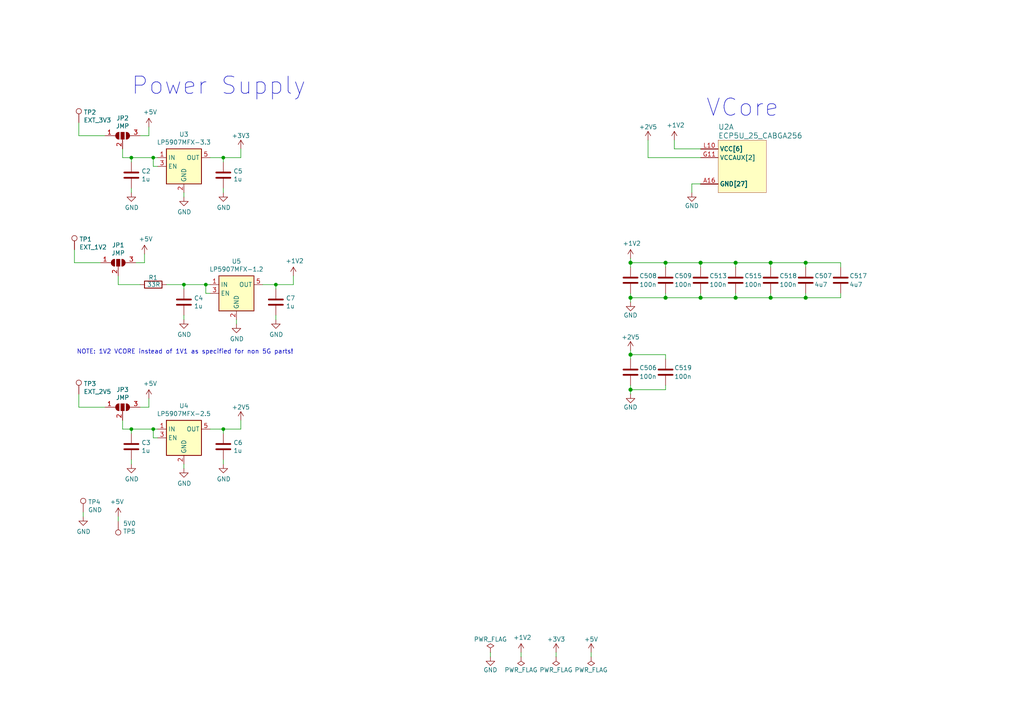
<source format=kicad_sch>
(kicad_sch (version 20210126) (generator eeschema)
  (paper "A4")
  (title_block (title "ECP5 Mini") (date "2020-12-31") (rev "0.2") (company "Josh Johnson"))
  (lib_symbols
    (symbol "Connector:TestPoint" (pin_numbers hide) (pin_names (offset 0.762) hide)
      (property "Reference" "TP" (at 0 6.858 0))
      (property "Value" "TestPoint" (at 0 5.08 0))
      (symbol "TestPoint_1_1"
        (pin passive line (at 0 0 90) (length 2.54) (name "1") (number "1"))
      )
    )
    (symbol "Device:C" (pin_numbers hide) (pin_names (offset 0.254))
      (property "Reference" "C" (at 0.635 2.54 0))
      (property "Value" "C" (at 0.635 -2.54 0))
      (symbol "C_1_1"
        (pin passive line (at 0 3.81 270) (length 2.794) (name "~") (number "1"))
        (pin passive line (at 0 -3.81 90) (length 2.794) (name "~") (number "2"))
      )
    )
    (symbol "Device:R" (pin_numbers hide) (pin_names (offset 0))
      (property "Reference" "R" (at 2.032 0 90))
      (property "Value" "R" (at 0 0 90))
      (symbol "R_1_1"
        (pin passive line (at 0 3.81 270) (length 1.27) (name "~") (number "1"))
        (pin passive line (at 0 -3.81 90) (length 1.27) (name "~") (number "2"))
      )
    )
    (symbol "Jumper:SolderJumper_3_Open" (pin_names (offset 0) hide)
      (property "Reference" "JP" (at -2.54 -2.54 0))
      (property "Value" "SolderJumper_3_Open" (at 0 2.794 0))
      (symbol "SolderJumper_3_Open_1_1"
        (pin passive line (at -5.08 0 0) (length 2.54) (name "A") (number "1"))
        (pin input line (at 0 -3.81 90) (length 2.54) (name "C") (number "2"))
        (pin passive line (at 5.08 0 180) (length 2.54) (name "B") (number "3"))
      )
    )
    (symbol "Regulator_Linear:LP5907MFX-1.2"
      (property "Reference" "U" (at -3.81 6.35 0))
      (property "Value" "LP5907MFX-1.2" (at 6.35 6.35 0))
      (symbol "LP5907MFX-1.2_0_1"
        (pin power_in line (at -7.62 2.54 0) (length 2.54) (name "IN") (number "1"))
        (pin power_in line (at 0 -7.62 90) (length 2.54) (name "GND") (number "2"))
        (pin input line (at -7.62 0 0) (length 2.54) (name "EN") (number "3"))
        (pin no_connect line (at 5.08 0 180) (length 2.54) hide (name "NC") (number "4"))
        (pin power_out line (at 7.62 2.54 180) (length 2.54) (name "OUT") (number "5"))
      )
    )
    (symbol "Regulator_Linear:LP5907MFX-2.5"
      (property "Reference" "U" (at -3.81 6.35 0))
      (property "Value" "LP5907MFX-2.5" (at 6.35 6.35 0))
      (symbol "LP5907MFX-2.5_0_1"
        (pin power_in line (at -7.62 2.54 0) (length 2.54) (name "IN") (number "1"))
        (pin power_in line (at 0 -7.62 90) (length 2.54) (name "GND") (number "2"))
        (pin input line (at -7.62 0 0) (length 2.54) (name "EN") (number "3"))
        (pin no_connect line (at 5.08 0 180) (length 2.54) hide (name "NC") (number "4"))
        (pin power_out line (at 7.62 2.54 180) (length 2.54) (name "OUT") (number "5"))
      )
    )
    (symbol "Regulator_Linear:LP5907MFX-3.3"
      (property "Reference" "U" (at -3.81 6.35 0))
      (property "Value" "LP5907MFX-3.3" (at 6.35 6.35 0))
      (symbol "LP5907MFX-3.3_0_1"
        (pin power_in line (at -7.62 2.54 0) (length 2.54) (name "IN") (number "1"))
        (pin power_in line (at 0 -7.62 90) (length 2.54) (name "GND") (number "2"))
        (pin input line (at -7.62 0 0) (length 2.54) (name "EN") (number "3"))
        (pin no_connect line (at 5.08 0 180) (length 2.54) hide (name "NC") (number "4"))
        (pin power_out line (at 7.62 2.54 180) (length 2.54) (name "OUT") (number "5"))
      )
    )
    (symbol "josh-ic:ECP5U_12_CABGA256"
      (property "Reference" "U" (at -15.24 45.72 0))
      (property "Value" "ECP5U_12_CABGA256" (at 7.62 43.18 0))
      (symbol "ECP5U_12_CABGA256_1_1"
        (pin power_in line (at -12.7 -5.08 0) (length 5.08) (name "GND[27]") (number "A16"))
        (pin power_in line (at -12.7 -5.08 0) (length 5.08) (name "GND[27]") (number "H16"))
        (pin power_in line (at -12.7 -5.08 0) (length 5.08) (name "GND[27]") (number "T16"))
        (pin power_in line (at -12.7 -5.08 0) (length 5.08) (name "GND[27]") (number "D15"))
        (pin power_in line (at -12.7 -5.08 0) (length 5.08) (name "GND[27]") (number "N15"))
        (pin power_in line (at -12.7 -5.08 0) (length 5.08) (name "GND[27]") (number "T12"))
        (pin power_in line (at -12.7 -5.08 0) (length 5.08) (name "GND[27]") (number "G10"))
        (pin power_in line (at -12.7 -5.08 0) (length 5.08) (name "GND[27]") (number "H10"))
        (pin power_in line (at -12.7 -5.08 0) (length 5.08) (name "GND[27]") (number "J10"))
        (pin power_in line (at -12.7 -5.08 0) (length 5.08) (name "GND[27]") (number "K10"))
        (pin power_in line (at -12.7 -5.08 0) (length 5.08) (name "GND[27]") (number "F9"))
        (pin power_in line (at -12.7 -5.08 0) (length 5.08) (name "GND[27]") (number "H9"))
        (pin power_in line (at -12.7 -5.08 0) (length 5.08) (name "GND[27]") (number "J9"))
        (pin power_in line (at -12.7 -5.08 0) (length 5.08) (name "GND[27]") (number "K9"))
        (pin power_in line (at -12.7 -5.08 0) (length 5.08) (name "GND[27]") (number "F8"))
        (pin power_in line (at -12.7 -5.08 0) (length 5.08) (name "GND[27]") (number "G8"))
        (pin power_in line (at -12.7 -5.08 0) (length 5.08) (name "GND[27]") (number "H8"))
        (pin power_in line (at -12.7 -5.08 0) (length 5.08) (name "GND[27]") (number "J8"))
        (pin power_in line (at -12.7 -5.08 0) (length 5.08) (name "GND[27]") (number "K8"))
        (pin power_in line (at -12.7 -5.08 0) (length 5.08) (name "GND[27]") (number "K7"))
        (pin power_in line (at -12.7 -5.08 0) (length 5.08) (name "GND[27]") (number "K6"))
        (pin power_in line (at -12.7 -5.08 0) (length 5.08) (name "GND[27]") (number "T5"))
        (pin power_in line (at -12.7 -5.08 0) (length 5.08) (name "GND[27]") (number "D2"))
        (pin power_in line (at -12.7 -5.08 0) (length 5.08) (name "GND[27]") (number "N2"))
        (pin power_in line (at -12.7 -5.08 0) (length 5.08) (name "GND[27]") (number "A1"))
        (pin power_in line (at -12.7 -5.08 0) (length 5.08) (name "GND[27]") (number "H1"))
        (pin power_in line (at -12.7 -5.08 0) (length 5.08) (name "GND[27]") (number "T1"))
        (pin power_in line (at -12.7 5.08 0) (length 5.08) (name "VCC[6]") (number "L10"))
        (pin power_in line (at -12.7 5.08 0) (length 5.08) (name "VCC[6]") (number "G9"))
        (pin power_in line (at -12.7 5.08 0) (length 5.08) (name "VCC[6]") (number "L9"))
        (pin power_in line (at -12.7 5.08 0) (length 5.08) (name "VCC[6]") (number "L8"))
        (pin power_in line (at -12.7 5.08 0) (length 5.08) (name "VCC[6]") (number "G7"))
        (pin power_in line (at -12.7 5.08 0) (length 5.08) (name "VCC[6]") (number "G6"))
        (pin power_in line (at -12.7 2.54 0) (length 5.08) (name "VCCAUX[2]") (number "G11"))
        (pin power_in line (at -12.7 2.54 0) (length 5.08) (name "VCCAUX[2]") (number "L7"))
      )
      (symbol "ECP5U_12_CABGA256_2_1"
        (pin bidirectional line (at -21.59 33.02 0) (length 5.08) (name "PT4A/+") (number "A2"))
        (pin bidirectional line (at -21.59 30.48 0) (length 5.08) (name "PT4B/-") (number "B3"))
        (pin bidirectional line (at -21.59 27.94 0) (length 5.08) (name "PT6A/+") (number "A3"))
        (pin bidirectional line (at -21.59 25.4 0) (length 5.08) (name "PT6B/-") (number "A4"))
        (pin bidirectional line (at -21.59 22.86 0) (length 5.08) (name "PT9A/+") (number "E4"))
        (pin bidirectional line (at -21.59 20.32 0) (length 5.08) (name "PT9B/-") (number "D4"))
        (pin bidirectional line (at -21.59 17.78 0) (length 5.08) (name "PT11A/+") (number "C4"))
        (pin bidirectional line (at -21.59 15.24 0) (length 5.08) (name "PT11B/-") (number "B4"))
        (pin bidirectional line (at -21.59 12.7 0) (length 5.08) (name "PT13A/+") (number "E5"))
        (pin bidirectional line (at -21.59 10.16 0) (length 5.08) (name "PT13B/-") (number "D5"))
        (pin bidirectional line (at -21.59 7.62 0) (length 5.08) (name "PT15A/+") (number "C5"))
        (pin bidirectional line (at -21.59 5.08 0) (length 5.08) (name "PT15B/-") (number "B5"))
        (pin bidirectional line (at -21.59 2.54 0) (length 5.08) (name "PT18A/+") (number "A5"))
        (pin bidirectional line (at -21.59 0 0) (length 5.08) (name "PT18B/-") (number "A6"))
        (pin bidirectional line (at -21.59 -2.54 0) (length 5.08) (name "PT20A/+") (number "E6"))
        (pin bidirectional line (at -21.59 -5.08 0) (length 5.08) (name "PT20B/-") (number "D6"))
        (pin bidirectional line (at -21.59 -7.62 0) (length 5.08) (name "PT22A/+") (number "C6"))
        (pin bidirectional line (at -21.59 -10.16 0) (length 5.08) (name "PT22B/-") (number "B6"))
        (pin bidirectional line (at -21.59 -12.7 0) (length 5.08) (name "PT24A/+/GR_PCLK0_1") (number "E7"))
        (pin bidirectional line (at -21.59 -15.24 0) (length 5.08) (name "PT24B/-/GR_PCLK0_0") (number "D7"))
        (pin bidirectional line (at -21.59 -17.78 0) (length 5.08) (name "PT27A/+/PCLKT0_1") (number "C7"))
        (pin bidirectional line (at -21.59 -20.32 0) (length 5.08) (name "PT27B/-/PCLKC0_1") (number "B7"))
        (pin bidirectional line (at -21.59 -22.86 0) (length 5.08) (name "PT29A/+/PCLKT0_0") (number "A7"))
        (pin bidirectional line (at -21.59 -25.4 0) (length 5.08) (name "PT29B/-/PCLKC0_0") (number "A8"))
        (pin power_in line (at -21.59 38.1 0) (length 5.08) (name "VCCIO0[2]") (number "F7"))
        (pin power_in line (at -21.59 38.1 0) (length 5.08) (name "VCCIO0[2]") (number "F6"))
      )
      (symbol "ECP5U_12_CABGA256_3_1"
        (pin bidirectional line (at -21.59 33.02 0) (length 5.08) (name "PT33A/+/PCLKT1_1") (number "E8"))
        (pin bidirectional line (at -21.59 30.48 0) (length 5.08) (name "PT33B/-/PCLKC1_1") (number "D8"))
        (pin bidirectional line (at -21.59 27.94 0) (length 5.08) (name "PT35A/+/PCLKT1_0") (number "C8"))
        (pin bidirectional line (at -21.59 25.4 0) (length 5.08) (name "PT35B/-/PCLKC1_0") (number "B8"))
        (pin bidirectional line (at -21.59 22.86 0) (length 5.08) (name "PT38A/+/GR_PCLK1_0") (number "B9"))
        (pin bidirectional line (at -21.59 20.32 0) (length 5.08) (name "PT38B/-/GR_PCLK1_1") (number "C9"))
        (pin bidirectional line (at -21.59 17.78 0) (length 5.08) (name "PT40A/+") (number "D9"))
        (pin bidirectional line (at -21.59 15.24 0) (length 5.08) (name "PT40B/-") (number "E9"))
        (pin bidirectional line (at -21.59 12.7 0) (length 5.08) (name "PT42A/+") (number "A9"))
        (pin bidirectional line (at -21.59 10.16 0) (length 5.08) (name "PT42B/-") (number "A10"))
        (pin bidirectional line (at -21.59 7.62 0) (length 5.08) (name "PT44A/+") (number "B10"))
        (pin bidirectional line (at -21.59 5.08 0) (length 5.08) (name "PT44B/-") (number "C10"))
        (pin bidirectional line (at -21.59 2.54 0) (length 5.08) (name "PT47A/+") (number "D10"))
        (pin bidirectional line (at -21.59 0 0) (length 5.08) (name "PT47B/-") (number "E10"))
        (pin bidirectional line (at -21.59 -2.54 0) (length 5.08) (name "PT49A/+") (number "B11"))
        (pin bidirectional line (at -21.59 -5.08 0) (length 5.08) (name "PT49B/-") (number "C11"))
        (pin bidirectional line (at -21.59 -7.62 0) (length 5.08) (name "PT51A/+") (number "D11"))
        (pin bidirectional line (at -21.59 -10.16 0) (length 5.08) (name "PT51B/-") (number "E11"))
        (pin bidirectional line (at -21.59 -12.7 0) (length 5.08) (name "PT53A/+") (number "A11"))
        (pin bidirectional line (at -21.59 -15.24 0) (length 5.08) (name "PT53B/-") (number "A12"))
        (pin bidirectional line (at -21.59 -17.78 0) (length 5.08) (name "PT56A/+") (number "B12"))
        (pin bidirectional line (at -21.59 -20.32 0) (length 5.08) (name "PT56B/-") (number "C12"))
        (pin bidirectional line (at -21.59 -22.86 0) (length 5.08) (name "PT58A/+") (number "D12"))
        (pin bidirectional line (at -21.59 -25.4 0) (length 5.08) (name "PT58B/-") (number "E12"))
        (pin bidirectional line (at -21.59 -27.94 0) (length 5.08) (name "PT60A/+") (number "B13"))
        (pin bidirectional line (at -21.59 -30.48 0) (length 5.08) (name "PT60B/-") (number "C13"))
        (pin bidirectional line (at -21.59 -33.02 0) (length 5.08) (name "PT62A/+") (number "D13"))
        (pin bidirectional line (at -21.59 -35.56 0) (length 5.08) (name "PT62B/-") (number "E13"))
        (pin bidirectional line (at -21.59 -38.1 0) (length 5.08) (name "PT65A/+") (number "A13"))
        (pin bidirectional line (at -21.59 -40.64 0) (length 5.08) (name "PT65B/-") (number "A14"))
        (pin bidirectional line (at -21.59 -43.18 0) (length 5.08) (name "PT67A/+") (number "B14"))
        (pin bidirectional line (at -21.59 -45.72 0) (length 5.08) (name "PT67B/-") (number "A15"))
        (pin power_in line (at -21.59 38.1 0) (length 5.08) (name "VCCIO1[2]") (number "F11"))
        (pin power_in line (at -21.59 38.1 0) (length 5.08) (name "VCCIO1[2]") (number "F10"))
      )
      (symbol "ECP5U_12_CABGA256_4_1"
        (pin bidirectional line (at -21.59 33.02 0) (length 5.08) (name "PR2A/+/HS/RDQ8") (number "B16"))
        (pin bidirectional line (at -21.59 30.48 0) (length 5.08) (name "PR2B/-/S0_IN/HS/RDQ8") (number "B15"))
        (pin bidirectional line (at -21.59 27.94 0) (length 5.08) (name "PR2C/+/RDQ8") (number "C14"))
        (pin bidirectional line (at -21.59 25.4 0) (length 5.08) (name "PR2D/-/RDQ8") (number "D14"))
        (pin bidirectional line (at -21.59 22.86 0) (length 5.08) (name "PR5A/+/HS/RDQ8") (number "C16"))
        (pin bidirectional line (at -21.59 20.32 0) (length 5.08) (name "PR5B/-/HS/RDQ8") (number "C15"))
        (pin bidirectional line (at -21.59 17.78 0) (length 5.08) (name "PR5C/+/RDQ8") (number "E14"))
        (pin bidirectional line (at -21.59 15.24 0) (length 5.08) (name "PR5D/-/RDQ8") (number "F14"))
        (pin bidirectional line (at -21.59 12.7 0) (length 5.08) (name "PR8A/+/HS/RDQS8") (number "D16"))
        (pin bidirectional line (at -21.59 10.16 0) (length 5.08) (name "PR8B/-/HS/RDQSN8") (number "E15"))
        (pin bidirectional line (at -21.59 7.62 0) (length 5.08) (name "PR8C/+/RDQ8") (number "F13"))
        (pin bidirectional line (at -21.59 5.08 0) (length 5.08) (name "PR8D/-/RDQ8") (number "F12"))
        (pin bidirectional line (at -21.59 2.54 0) (length 5.08) (name "PR11A/+/HS/RDQ8") (number "G12"))
        (pin bidirectional line (at -21.59 0 0) (length 5.08) (name "PR11B/-/HS/RDQ8") (number "G13"))
        (pin bidirectional line (at -21.59 -2.54 0) (length 5.08) (name "PR11C/+/RDQ8") (number "F15"))
        (pin bidirectional line (at -21.59 -5.08 0) (length 5.08) (name "PR11D/-/RDQ8") (number "E16"))
        (pin bidirectional line (at -21.59 -7.62 0) (length 5.08) (name "PR14A/+/HS/RDQ20") (number "F16"))
        (pin bidirectional line (at -21.59 -10.16 0) (length 5.08) (name "PR14B/-/HS/RDQ20") (number "G15"))
        (pin bidirectional line (at -21.59 -12.7 0) (length 5.08) (name "PR14C/+/VREF1_2/RDQ20") (number "G14"))
        (pin bidirectional line (at -21.59 -15.24 0) (length 5.08) (name "PR14D/-/RDQ20") (number "H14"))
        (pin bidirectional line (at -21.59 -17.78 0) (length 5.08) (name "PR17A/+/HS/RDQ20") (number "H12"))
        (pin bidirectional line (at -21.59 -20.32 0) (length 5.08) (name "PR17B/-/HS/RDQ20") (number "H13"))
        (pin bidirectional line (at -21.59 -22.86 0) (length 5.08) (name "PR17C/+/RDQ20") (number "J13"))
        (pin bidirectional line (at -21.59 -25.4 0) (length 5.08) (name "PR17D/-/RDQ20") (number "J12"))
        (pin bidirectional line (at -21.59 -27.94 0) (length 5.08) (name "PR20A/+/GR_PCLK2_1/HS/RDQS20") (number "G16"))
        (pin bidirectional line (at -21.59 -30.48 0) (length 5.08) (name "PR20B/-/HS/RDQSN20") (number "H15"))
        (pin bidirectional line (at -21.59 -33.02 0) (length 5.08) (name "PR20C/+/GR_PCLK2_0/RDQ20") (number "J14"))
        (pin bidirectional line (at -21.59 -35.56 0) (length 5.08) (name "PR20D/-/RDQ20") (number "K14"))
        (pin bidirectional line (at -21.59 -38.1 0) (length 5.08) (name "PR23A/+/PCLKT2_1/HS/RDQ20") (number "J16"))
        (pin bidirectional line (at -21.59 -40.64 0) (length 5.08) (name "PR23B/-/PCLKC2_1/HS/RDQ20") (number "J15"))
        (pin bidirectional line (at -21.59 -43.18 0) (length 5.08) (name "PR23C/+/PCLKT2_0/RDQ20") (number "K16"))
        (pin bidirectional line (at -21.59 -45.72 0) (length 5.08) (name "PR23D/-/PCLKC2_0/RDQ20") (number "K15"))
        (pin power_in line (at -21.59 38.1 0) (length 5.08) (name "VCCIO2[2]") (number "H11"))
        (pin power_in line (at -21.59 38.1 0) (length 5.08) (name "VCCIO2[2]") (number "J11"))
      )
      (symbol "ECP5U_12_CABGA256_5_1"
        (pin bidirectional line (at -21.59 33.02 0) (length 5.08) (name "PR26A/+/PCLKT3_1/HS/RDQ32") (number "L16"))
        (pin bidirectional line (at -21.59 30.48 0) (length 5.08) (name "PR26B/-/PCLKC3_1/HS/RDQ32") (number "L15"))
        (pin bidirectional line (at -21.59 27.94 0) (length 5.08) (name "PR26C/+/PCLKT3_0/RDQ32") (number "M16"))
        (pin bidirectional line (at -21.59 25.4 0) (length 5.08) (name "PR26D/-/PCLKC3_0/RDQ32") (number "M15"))
        (pin bidirectional line (at -21.59 22.86 0) (length 5.08) (name "PR29A/+/GR_PCLK3_0/HS/RDQ32") (number "K13"))
        (pin bidirectional line (at -21.59 20.32 0) (length 5.08) (name "PR29B/-/HS/RDQ32") (number "K12"))
        (pin bidirectional line (at -21.59 17.78 0) (length 5.08) (name "PR29C/+/GR_PCLK3_1/RDQ32") (number "L13"))
        (pin bidirectional line (at -21.59 15.24 0) (length 5.08) (name "PR29D/-/RDQ32") (number "L12"))
        (pin bidirectional line (at -21.59 12.7 0) (length 5.08) (name "PR32A/+/HS/RDQS32") (number "N16"))
        (pin bidirectional line (at -21.59 10.16 0) (length 5.08) (name "PR32B/-/HS/RDQSN32") (number "P15"))
        (pin bidirectional line (at -21.59 7.62 0) (length 5.08) (name "PR32C/+/RDQ32") (number "L14"))
        (pin bidirectional line (at -21.59 5.08 0) (length 5.08) (name "PR32D/-/RDQ32") (number "M14"))
        (pin bidirectional line (at -21.59 2.54 0) (length 5.08) (name "PR35A/+/HS/RDQ32") (number "P16"))
        (pin bidirectional line (at -21.59 0 0) (length 5.08) (name "PR35B/-/VREF1_3/HS/RDQ32") (number "R16"))
        (pin bidirectional line (at -21.59 -2.54 0) (length 5.08) (name "PR35C/+/RDQ32") (number "M13"))
        (pin bidirectional line (at -21.59 -5.08 0) (length 5.08) (name "PR35D/-/RDQ32") (number "N14"))
        (pin bidirectional line (at -21.59 -7.62 0) (length 5.08) (name "PR38A/+/HS/RDQ44") (number "N13"))
        (pin bidirectional line (at -21.59 -10.16 0) (length 5.08) (name "PR38B/-/HS/RDQ44") (number "P14"))
        (pin bidirectional line (at -21.59 -12.7 0) (length 5.08) (name "PR38C/+/RDQ44") (number "R15"))
        (pin bidirectional line (at -21.59 -15.24 0) (length 5.08) (name "PR38D/-/RDQ44") (number "T15"))
        (pin bidirectional line (at -21.59 -17.78 0) (length 5.08) (name "PR41A/+/HS/RDQ44") (number "P13"))
        (pin bidirectional line (at -21.59 -20.32 0) (length 5.08) (name "PR41B/-/HS/RDQ44") (number "R14"))
        (pin bidirectional line (at -21.59 -22.86 0) (length 5.08) (name "PR41C/+/RDQ44") (number "R13"))
        (pin bidirectional line (at -21.59 -25.4 0) (length 5.08) (name "PR41D/-/RDQ44") (number "T14"))
        (pin bidirectional line (at -21.59 -27.94 0) (length 5.08) (name "PR44A/+/HS/RDQS44") (number "R12"))
        (pin bidirectional line (at -21.59 -30.48 0) (length 5.08) (name "PR44B/-/HS/RDQSN44") (number "T13"))
        (pin bidirectional line (at -21.59 -33.02 0) (length 5.08) (name "PR44C/+/RDQ44") (number "M12"))
        (pin bidirectional line (at -21.59 -35.56 0) (length 5.08) (name "PR44D/-/RDQ44") (number "N12"))
        (pin bidirectional line (at -21.59 -38.1 0) (length 5.08) (name "PR47A/+/HS/RDQ44") (number "M11"))
        (pin bidirectional line (at -21.59 -40.64 0) (length 5.08) (name "PR47B/-/HS/RDQ44") (number "N11"))
        (pin bidirectional line (at -21.59 -43.18 0) (length 5.08) (name "PR47C/+/LRC_GPLL0T_IN/RDQ44") (number "P11"))
        (pin bidirectional line (at -21.59 -45.72 0) (length 5.08) (name "PR47D/-/LRC_GPLL0C_IN/RDQ44") (number "P12"))
        (pin power_in line (at -21.59 38.1 0) (length 5.08) (name "VCCIO3[2]") (number "K11"))
        (pin power_in line (at -21.59 38.1 0) (length 5.08) (name "VCCIO3[2]") (number "L11"))
      )
      (symbol "ECP5U_12_CABGA256_6_1"
        (pin bidirectional line (at -21.59 33.02 0) (length 5.08) (name "PL26A/+/PCLKT6_1/HS/LDQ32") (number "L1"))
        (pin bidirectional line (at -21.59 30.48 0) (length 5.08) (name "PL26B/-/PCLKC6_1/HS/LDQ32") (number "L2"))
        (pin bidirectional line (at -21.59 27.94 0) (length 5.08) (name "PL26C/+/PCLKT6_0/LDQ32") (number "M1"))
        (pin bidirectional line (at -21.59 25.4 0) (length 5.08) (name "PL26D/-/PCLKC6_0/LDQ32") (number "M2"))
        (pin bidirectional line (at -21.59 22.86 0) (length 5.08) (name "PL29A/+/GR_PCLK6_0/HS/LDQ32") (number "K4"))
        (pin bidirectional line (at -21.59 20.32 0) (length 5.08) (name "PL29B/-/HS/LDQ32") (number "K5"))
        (pin bidirectional line (at -21.59 17.78 0) (length 5.08) (name "PL29C/+/GR_PCLK6_1/LDQ32") (number "L4"))
        (pin bidirectional line (at -21.59 15.24 0) (length 5.08) (name "PL29D/-/LDQ32") (number "L5"))
        (pin bidirectional line (at -21.59 12.7 0) (length 5.08) (name "PL32A/+/HS/LDQS32") (number "N1"))
        (pin bidirectional line (at -21.59 10.16 0) (length 5.08) (name "PL32B/-/HS/LDQSN32") (number "P2"))
        (pin bidirectional line (at -21.59 7.62 0) (length 5.08) (name "PL32C/+/LDQ32") (number "L3"))
        (pin bidirectional line (at -21.59 5.08 0) (length 5.08) (name "PL32D/-/LDQ32") (number "M3"))
        (pin bidirectional line (at -21.59 2.54 0) (length 5.08) (name "PL35A/+/HS/LDQ32") (number "P1"))
        (pin bidirectional line (at -21.59 0 0) (length 5.08) (name "PL35B/-/VREF1_6/HS/LDQ32") (number "R1"))
        (pin bidirectional line (at -21.59 -2.54 0) (length 5.08) (name "PL35C/+/LDQ32") (number "M4"))
        (pin bidirectional line (at -21.59 -5.08 0) (length 5.08) (name "PL35D/-/LDQ32") (number "N3"))
        (pin bidirectional line (at -21.59 -7.62 0) (length 5.08) (name "PL38A/+/HS/LDQ44") (number "N4"))
        (pin bidirectional line (at -21.59 -10.16 0) (length 5.08) (name "PL38B/-/HS/LDQ44") (number "P3"))
        (pin bidirectional line (at -21.59 -12.7 0) (length 5.08) (name "PL38C/+/LDQ44") (number "R2"))
        (pin bidirectional line (at -21.59 -15.24 0) (length 5.08) (name "PL38D/-/LDQ44") (number "T2"))
        (pin bidirectional line (at -21.59 -17.78 0) (length 5.08) (name "PL41A/+/HS/LDQ44") (number "P4"))
        (pin bidirectional line (at -21.59 -20.32 0) (length 5.08) (name "PL41B/-/HS/LDQ44") (number "R3"))
        (pin bidirectional line (at -21.59 -22.86 0) (length 5.08) (name "PL41C/+/LDQ44") (number "R4"))
        (pin bidirectional line (at -21.59 -25.4 0) (length 5.08) (name "PL41D/-/LDQ44") (number "T3"))
        (pin bidirectional line (at -21.59 -27.94 0) (length 5.08) (name "PL44A/+/HS/LDQS44") (number "R5"))
        (pin bidirectional line (at -21.59 -30.48 0) (length 5.08) (name "PL44B/-/HS/LDQSN44") (number "T4"))
        (pin bidirectional line (at -21.59 -33.02 0) (length 5.08) (name "PL44C/+/LDQ44") (number "M5"))
        (pin bidirectional line (at -21.59 -35.56 0) (length 5.08) (name "PL44D/-/LDQ44") (number "N5"))
        (pin bidirectional line (at -21.59 -38.1 0) (length 5.08) (name "PL47A/+/HS/LDQ44") (number "M6"))
        (pin bidirectional line (at -21.59 -40.64 0) (length 5.08) (name "PL47B/-/HS/LDQ44") (number "N6"))
        (pin bidirectional line (at -21.59 -43.18 0) (length 5.08) (name "PL47C/+/LLC_GPLL0T_IN/LDQ44") (number "P6"))
        (pin bidirectional line (at -21.59 -45.72 0) (length 5.08) (name "PL47D/-/LLC_GPLL0C_IN/LDQ44") (number "P5"))
        (pin power_in line (at -21.59 38.1 0) (length 5.08) (name "VCCIO6[2]") (number "J7"))
        (pin power_in line (at -21.59 38.1 0) (length 5.08) (name "VCCIO6[2]") (number "J6"))
      )
      (symbol "ECP5U_12_CABGA256_7_1"
        (pin bidirectional line (at -21.59 34.29 0) (length 5.08) (name "PL2A/+/HS/LDQ8") (number "B1"))
        (pin bidirectional line (at -21.59 31.75 0) (length 5.08) (name "PL2B/-/HS/LDQ8") (number "B2"))
        (pin bidirectional line (at -21.59 29.21 0) (length 5.08) (name "PL2C/+/LDQ8") (number "C3"))
        (pin bidirectional line (at -21.59 26.67 0) (length 5.08) (name "PL2D/-/LDQ8") (number "D3"))
        (pin bidirectional line (at -21.59 24.13 0) (length 5.08) (name "PL5A/+/HS/LDQ8") (number "C1"))
        (pin bidirectional line (at -21.59 21.59 0) (length 5.08) (name "PL5B/-/HS/LDQ8") (number "C2"))
        (pin bidirectional line (at -21.59 19.05 0) (length 5.08) (name "PL5C/+/LDQ8") (number "E3"))
        (pin bidirectional line (at -21.59 16.51 0) (length 5.08) (name "PL5D/-/LDQ8") (number "F3"))
        (pin bidirectional line (at -21.59 13.97 0) (length 5.08) (name "PL8A/+/HS/LDQS8") (number "D1"))
        (pin bidirectional line (at -21.59 11.43 0) (length 5.08) (name "PL8B/-/HS/LDQSN8") (number "E2"))
        (pin bidirectional line (at -21.59 8.89 0) (length 5.08) (name "PL8C/+/LDQ8") (number "F4"))
        (pin bidirectional line (at -21.59 6.35 0) (length 5.08) (name "PL8D/-/LDQ8") (number "F5"))
        (pin bidirectional line (at -21.59 3.81 0) (length 5.08) (name "PL11A/+/HS/LDQ8") (number "G5"))
        (pin bidirectional line (at -21.59 1.27 0) (length 5.08) (name "PL11B/-/HS/LDQ8") (number "G4"))
        (pin bidirectional line (at -21.59 -1.27 0) (length 5.08) (name "PL11C/+/LDQ8") (number "F2"))
        (pin bidirectional line (at -21.59 -3.81 0) (length 5.08) (name "PL11D/-/LDQ8") (number "E1"))
        (pin bidirectional line (at -21.59 -6.35 0) (length 5.08) (name "PL14A/+/HS/LDQ20") (number "F1"))
        (pin bidirectional line (at -21.59 -8.89 0) (length 5.08) (name "PL14B/-/HS/LDQ20") (number "G2"))
        (pin bidirectional line (at -21.59 -11.43 0) (length 5.08) (name "PL14C/+/VREF1_7/LDQ20") (number "G3"))
        (pin bidirectional line (at -21.59 -13.97 0) (length 5.08) (name "PL14D/-/LDQ20") (number "H3"))
        (pin bidirectional line (at -21.59 -16.51 0) (length 5.08) (name "PL17A/+/HS/LDQ20") (number "H5"))
        (pin bidirectional line (at -21.59 -19.05 0) (length 5.08) (name "PL17B/-/HS/LDQ20") (number "H4"))
        (pin bidirectional line (at -21.59 -21.59 0) (length 5.08) (name "PL17C/+/LDQ20") (number "J4"))
        (pin bidirectional line (at -21.59 -24.13 0) (length 5.08) (name "PL17D/-/LDQ20") (number "J5"))
        (pin bidirectional line (at -21.59 -26.67 0) (length 5.08) (name "PL20A/+/GR_PCLK7_1/HS/LDQS20") (number "G1"))
        (pin bidirectional line (at -21.59 -29.21 0) (length 5.08) (name "PL20B/-/HS/LDQSN20") (number "H2"))
        (pin bidirectional line (at -21.59 -31.75 0) (length 5.08) (name "PL20C/+/GR_PCLK7_0/LDQ20") (number "J3"))
        (pin bidirectional line (at -21.59 -34.29 0) (length 5.08) (name "PL20D/-/LDQ20") (number "K3"))
        (pin bidirectional line (at -21.59 -36.83 0) (length 5.08) (name "PL23A/+/PCLKT7_1/HS/LDQ20") (number "J1"))
        (pin bidirectional line (at -21.59 -39.37 0) (length 5.08) (name "PL23B/-/PCLKC7_1/HS/LDQ20") (number "J2"))
        (pin bidirectional line (at -21.59 -41.91 0) (length 5.08) (name "PL23C/+/PCLKT7_0/LDQ20") (number "K1"))
        (pin bidirectional line (at -21.59 -44.45 0) (length 5.08) (name "PL23D/-/PCLKC7_0/LDQ20") (number "K2"))
        (pin power_in line (at -21.59 38.1 0) (length 5.08) (name "VCCIO7[2]") (number "H7"))
        (pin power_in line (at -21.59 38.1 0) (length 5.08) (name "VCCIO7[2]") (number "H6"))
      )
      (symbol "ECP5U_12_CABGA256_8_1"
        (pin bidirectional line (at -21.59 33.02 0) (length 5.08) (name "CCLK/MCLK/SCK") (number "N9"))
        (pin bidirectional line (at -21.59 30.48 0) (length 5.08) (name "CFG_0") (number "N10"))
        (pin bidirectional line (at -21.59 27.94 0) (length 5.08) (name "CFG_1") (number "P10"))
        (pin bidirectional line (at -21.59 25.4 0) (length 5.08) (name "CFG_2") (number "R10"))
        (pin bidirectional line (at -21.59 22.86 0) (length 5.08) (name "DONE") (number "P9"))
        (pin bidirectional line (at -21.59 20.32 0) (length 5.08) (name "INITN") (number "T9"))
        (pin bidirectional line (at -21.59 17.78 0) (length 5.08) (name "PB4A/+/D7/IO7") (number "T6"))
        (pin bidirectional line (at -21.59 15.24 0) (length 5.08) (name "PB4B/-/D6/IO6") (number "R6"))
        (pin bidirectional line (at -21.59 12.7 0) (length 5.08) (name "PB6A/+/D5/MISO2/IO5") (number "R7"))
        (pin bidirectional line (at -21.59 10.16 0) (length 5.08) (name "PB6B/-/D4/MOSI2/IO4") (number "P7"))
        (pin bidirectional line (at -21.59 7.62 0) (length 5.08) (name "PB9A/+/D3/IO3") (number "N7"))
        (pin bidirectional line (at -21.59 5.08 0) (length 5.08) (name "PB9B/-/D2/IO2") (number "M7"))
        (pin bidirectional line (at -21.59 2.54 0) (length 5.08) (name "PB11A/+/D1/MISO/IO1") (number "T7"))
        (pin bidirectional line (at -21.59 0 0) (length 5.08) (name "PB11B/-/D0/MOSI/IO0") (number "T8"))
        (pin bidirectional line (at -21.59 -2.54 0) (length 5.08) (name "PB13A/+/SN/CSN") (number "R8"))
        (pin bidirectional line (at -21.59 -5.08 0) (length 5.08) (name "PB13B/-/CS1N") (number "P8"))
        (pin bidirectional line (at -21.59 -7.62 0) (length 5.08) (name "PB15A/+/HOLDN/DI/BUSY/CSSPIN/CEN") (number "N8"))
        (pin bidirectional line (at -21.59 -10.16 0) (length 5.08) (name "PB15B/-/DOUT/CSON") (number "M8"))
        (pin bidirectional line (at -21.59 -12.7 0) (length 5.08) (name "PB18A/WRITEN") (number "M9"))
        (pin bidirectional line (at -21.59 -15.24 0) (length 5.08) (name "PROGRAMN") (number "R9"))
        (pin power_in line (at -21.59 38.1 0) (length 5.08) (name "VCCIO8") (number "L6"))
      )
      (symbol "ECP5U_12_CABGA256_9_1"
        (pin bidirectional line (at -7.62 3.81 0) (length 5.08) (name "TCK") (number "T10"))
        (pin bidirectional line (at -7.62 1.27 0) (length 5.08) (name "TDI") (number "R11"))
        (pin bidirectional line (at -7.62 -1.27 0) (length 5.08) (name "TDO") (number "M10"))
        (pin bidirectional line (at -7.62 -3.81 0) (length 5.08) (name "TMS") (number "T11"))
      )
    )
    (symbol "power:+1V2" (power) (pin_names (offset 0))
      (property "Value" "+1V2" (at 0 3.556 0))
      (symbol "+1V2_1_1"
        (pin power_in line (at 0 0 90) (length 0) hide (name "+1V2") (number "1"))
      )
    )
    (symbol "power:+2V5" (power) (pin_names (offset 0))
      (property "Value" "+2V5" (at 0 3.556 0))
      (symbol "+2V5_1_1"
        (pin power_in line (at 0 0 90) (length 0) hide (name "+2V5") (number "1"))
      )
    )
    (symbol "power:+3V3" (power) (pin_names (offset 0))
      (property "Value" "+3V3" (at 0 3.556 0))
      (symbol "+3V3_1_1"
        (pin power_in line (at 0 0 90) (length 0) hide (name "+3V3") (number "1"))
      )
    )
    (symbol "power:+5V" (power) (pin_names (offset 0))
      (property "Value" "+5V" (at 0 3.556 0))
      (symbol "+5V_1_1"
        (pin power_in line (at 0 0 90) (length 0) hide (name "+5V") (number "1"))
      )
    )
    (symbol "power:GND" (power) (pin_names (offset 0))
      (property "Value" "GND" (at 0 -3.81 0))
      (symbol "GND_1_1"
        (pin power_in line (at 0 0 270) (length 0) hide (name "GND") (number "1"))
      )
    )
    (symbol "power:PWR_FLAG" (power) (pin_numbers hide) (pin_names (offset 0) hide)
      (property "Value" "PWR_FLAG" (at 0 3.81 0))
      (symbol "PWR_FLAG_0_0"
        (pin power_out line (at 0 0 90) (length 0) (name "pwr") (number "1"))
      )
    )
  )
  (junction (at 38.1 45.72) (diameter 0.9144))
  (junction (at 38.1 124.46) (diameter 0.9144))
  (junction (at 44.45 45.72) (diameter 0.9144))
  (junction (at 44.45 124.46) (diameter 0.9144))
  (junction (at 53.34 82.55) (diameter 0.9144))
  (junction (at 59.69 82.55) (diameter 0.9144))
  (junction (at 64.77 45.72) (diameter 0.9144))
  (junction (at 64.77 124.46) (diameter 0.9144))
  (junction (at 80.01 82.55) (diameter 0.9144))
  (junction (at 182.88 76.2) (diameter 1.016))
  (junction (at 182.88 86.36) (diameter 1.016))
  (junction (at 182.88 102.87) (diameter 1.016))
  (junction (at 182.88 113.03) (diameter 1.016))
  (junction (at 193.04 76.2) (diameter 1.016))
  (junction (at 193.04 86.36) (diameter 1.016))
  (junction (at 203.2 76.2) (diameter 1.016))
  (junction (at 203.2 86.36) (diameter 1.016))
  (junction (at 213.36 76.2) (diameter 1.016))
  (junction (at 213.36 86.36) (diameter 1.016))
  (junction (at 223.52 76.2) (diameter 1.016))
  (junction (at 223.52 86.36) (diameter 1.016))
  (junction (at 233.68 76.2) (diameter 1.016))
  (junction (at 233.68 86.36) (diameter 1.016))
  (wire (pts (xy 21.59 76.2) (xy 21.59 72.39)))
  (wire (pts (xy 22.86 39.37) (xy 22.86 35.56)))
  (wire (pts (xy 22.86 118.11) (xy 22.86 114.3)))
  (wire (pts (xy 24.13 148.59) (xy 24.13 149.86)))
  (wire (pts (xy 29.21 76.2) (xy 21.59 76.2)))
  (wire (pts (xy 30.48 39.37) (xy 22.86 39.37)))
  (wire (pts (xy 30.48 118.11) (xy 22.86 118.11)))
  (wire (pts (xy 34.29 80.01) (xy 34.29 82.55)))
  (wire (pts (xy 34.29 82.55) (xy 40.64 82.55)))
  (wire (pts (xy 34.29 151.13) (xy 34.29 149.86)))
  (wire (pts (xy 35.56 43.18) (xy 35.56 45.72)))
  (wire (pts (xy 35.56 45.72) (xy 38.1 45.72)))
  (wire (pts (xy 35.56 121.92) (xy 35.56 124.46)))
  (wire (pts (xy 35.56 124.46) (xy 38.1 124.46)))
  (wire (pts (xy 38.1 45.72) (xy 38.1 46.99)))
  (wire (pts (xy 38.1 45.72) (xy 44.45 45.72)))
  (wire (pts (xy 38.1 54.61) (xy 38.1 55.88)))
  (wire (pts (xy 38.1 124.46) (xy 38.1 125.73)))
  (wire (pts (xy 38.1 124.46) (xy 44.45 124.46)))
  (wire (pts (xy 38.1 133.35) (xy 38.1 134.62)))
  (wire (pts (xy 39.37 76.2) (xy 41.91 76.2)))
  (wire (pts (xy 40.64 39.37) (xy 43.18 39.37)))
  (wire (pts (xy 40.64 118.11) (xy 43.18 118.11)))
  (wire (pts (xy 41.91 73.66) (xy 41.91 76.2)))
  (wire (pts (xy 43.18 36.83) (xy 43.18 39.37)))
  (wire (pts (xy 43.18 115.57) (xy 43.18 118.11)))
  (wire (pts (xy 44.45 45.72) (xy 45.72 45.72)))
  (wire (pts (xy 44.45 48.26) (xy 44.45 45.72)))
  (wire (pts (xy 44.45 124.46) (xy 45.72 124.46)))
  (wire (pts (xy 44.45 127) (xy 44.45 124.46)))
  (wire (pts (xy 45.72 48.26) (xy 44.45 48.26)))
  (wire (pts (xy 45.72 127) (xy 44.45 127)))
  (wire (pts (xy 48.26 82.55) (xy 53.34 82.55)))
  (wire (pts (xy 53.34 55.88) (xy 53.34 57.15)))
  (wire (pts (xy 53.34 82.55) (xy 53.34 83.82)))
  (wire (pts (xy 53.34 82.55) (xy 59.69 82.55)))
  (wire (pts (xy 53.34 91.44) (xy 53.34 92.71)))
  (wire (pts (xy 53.34 134.62) (xy 53.34 135.89)))
  (wire (pts (xy 59.69 82.55) (xy 60.96 82.55)))
  (wire (pts (xy 59.69 85.09) (xy 59.69 82.55)))
  (wire (pts (xy 60.96 45.72) (xy 64.77 45.72)))
  (wire (pts (xy 60.96 85.09) (xy 59.69 85.09)))
  (wire (pts (xy 60.96 124.46) (xy 64.77 124.46)))
  (wire (pts (xy 64.77 45.72) (xy 64.77 46.99)))
  (wire (pts (xy 64.77 45.72) (xy 69.85 45.72)))
  (wire (pts (xy 64.77 54.61) (xy 64.77 55.88)))
  (wire (pts (xy 64.77 124.46) (xy 64.77 125.73)))
  (wire (pts (xy 64.77 124.46) (xy 69.85 124.46)))
  (wire (pts (xy 64.77 133.35) (xy 64.77 134.62)))
  (wire (pts (xy 68.58 92.71) (xy 68.58 93.98)))
  (wire (pts (xy 69.85 45.72) (xy 69.85 43.18)))
  (wire (pts (xy 69.85 124.46) (xy 69.85 121.92)))
  (wire (pts (xy 76.2 82.55) (xy 80.01 82.55)))
  (wire (pts (xy 80.01 82.55) (xy 80.01 83.82)))
  (wire (pts (xy 80.01 82.55) (xy 85.09 82.55)))
  (wire (pts (xy 80.01 91.44) (xy 80.01 92.71)))
  (wire (pts (xy 85.09 80.01) (xy 85.09 82.55)))
  (wire (pts (xy 142.24 189.23) (xy 142.24 190.5)))
  (wire (pts (xy 151.13 190.5) (xy 151.13 189.23)))
  (wire (pts (xy 161.29 190.5) (xy 161.29 189.23)))
  (wire (pts (xy 171.45 190.5) (xy 171.45 189.23)))
  (wire (pts (xy 182.88 74.93) (xy 182.88 76.2)))
  (wire (pts (xy 182.88 76.2) (xy 182.88 77.47)))
  (wire (pts (xy 182.88 85.09) (xy 182.88 86.36)))
  (wire (pts (xy 182.88 86.36) (xy 182.88 87.63)))
  (wire (pts (xy 182.88 86.36) (xy 193.04 86.36)))
  (wire (pts (xy 182.88 101.6) (xy 182.88 102.87)))
  (wire (pts (xy 182.88 102.87) (xy 182.88 104.14)))
  (wire (pts (xy 182.88 111.76) (xy 182.88 113.03)))
  (wire (pts (xy 182.88 113.03) (xy 182.88 114.3)))
  (wire (pts (xy 182.88 113.03) (xy 193.04 113.03)))
  (wire (pts (xy 187.96 40.64) (xy 187.96 45.72)))
  (wire (pts (xy 187.96 45.72) (xy 203.2 45.72)))
  (wire (pts (xy 193.04 76.2) (xy 182.88 76.2)))
  (wire (pts (xy 193.04 76.2) (xy 193.04 77.47)))
  (wire (pts (xy 193.04 76.2) (xy 203.2 76.2)))
  (wire (pts (xy 193.04 85.09) (xy 193.04 86.36)))
  (wire (pts (xy 193.04 86.36) (xy 203.2 86.36)))
  (wire (pts (xy 193.04 102.87) (xy 182.88 102.87)))
  (wire (pts (xy 193.04 102.87) (xy 193.04 104.14)))
  (wire (pts (xy 193.04 111.76) (xy 193.04 113.03)))
  (wire (pts (xy 195.58 40.64) (xy 195.58 43.18)))
  (wire (pts (xy 195.58 43.18) (xy 203.2 43.18)))
  (wire (pts (xy 200.66 53.34) (xy 200.66 55.88)))
  (wire (pts (xy 203.2 53.34) (xy 200.66 53.34)))
  (wire (pts (xy 203.2 76.2) (xy 203.2 77.47)))
  (wire (pts (xy 203.2 76.2) (xy 213.36 76.2)))
  (wire (pts (xy 203.2 85.09) (xy 203.2 86.36)))
  (wire (pts (xy 203.2 86.36) (xy 213.36 86.36)))
  (wire (pts (xy 213.36 76.2) (xy 213.36 77.47)))
  (wire (pts (xy 213.36 76.2) (xy 223.52 76.2)))
  (wire (pts (xy 213.36 85.09) (xy 213.36 86.36)))
  (wire (pts (xy 213.36 86.36) (xy 223.52 86.36)))
  (wire (pts (xy 223.52 76.2) (xy 223.52 77.47)))
  (wire (pts (xy 223.52 76.2) (xy 233.68 76.2)))
  (wire (pts (xy 223.52 85.09) (xy 223.52 86.36)))
  (wire (pts (xy 223.52 86.36) (xy 233.68 86.36)))
  (wire (pts (xy 233.68 76.2) (xy 233.68 77.47)))
  (wire (pts (xy 233.68 76.2) (xy 243.84 76.2)))
  (wire (pts (xy 233.68 85.09) (xy 233.68 86.36)))
  (wire (pts (xy 233.68 86.36) (xy 243.84 86.36)))
  (wire (pts (xy 243.84 76.2) (xy 243.84 77.47)))
  (wire (pts (xy 243.84 85.09) (xy 243.84 86.36)))
  (text "NOTE: 1V2 VCORE instead of 1V1 as specified for non 5G parts!" (at 85.09 102.87 0) (effects (font (size 1.27 1.27)) (justify right bottom)))
  (text "Power Supply" (at 88.9 27.94 180) (effects (font (size 5 5)) (justify right bottom)))
  (text "VCore" (at 226.06 34.29 180) (effects (font (size 5 5)) (justify right bottom)))
  (symbol (lib_id "power:PWR_FLAG") (at 142.24 189.23 0) (unit 1)
    (property "Reference" "#FLG0102" (effects hide))
    (property "Value" "PWR_FLAG" (at 142.24 185.42 0))
  )
  (symbol (lib_id "power:PWR_FLAG") (at 151.13 190.5 180) (unit 1)
    (property "Reference" "#FLG0104" (effects hide))
    (property "Value" "PWR_FLAG" (at 151.13 194.31 0))
  )
  (symbol (lib_id "power:PWR_FLAG") (at 161.29 190.5 180) (unit 1)
    (property "Reference" "#FLG0103" (effects hide))
    (property "Value" "PWR_FLAG" (at 161.29 194.31 0))
  )
  (symbol (lib_id "power:PWR_FLAG") (at 171.45 190.5 180) (unit 1)
    (property "Reference" "#FLG0101" (effects hide))
    (property "Value" "PWR_FLAG" (at 171.45 194.31 0))
  )
  (symbol (lib_id "Connector:TestPoint") (at 21.59 72.39 0) (unit 1) (in_bom no)
    (property "Reference" "TP1" (at 22.9871 69.3991 0) (effects (justify left)))
    (property "Value" "EXT_1V2" (at 22.987 71.698 0) (effects (justify left)))
    (property "Footprint" "josh-test-point:Test-Point-Loop-RED" (effects hide))
    (property "DNP" "DNP" (effects hide))
  )
  (symbol (lib_id "Connector:TestPoint") (at 22.86 35.56 0) (unit 1) (in_bom no)
    (property "Reference" "TP2" (at 24.2571 32.5691 0) (effects (justify left)))
    (property "Value" "EXT_3V3" (at 24.257 34.868 0) (effects (justify left)))
    (property "Footprint" "josh-test-point:Test-Point-Loop-RED" (effects hide))
    (property "DNP" "DNP" (effects hide))
  )
  (symbol (lib_id "Connector:TestPoint") (at 22.86 114.3 0) (unit 1) (in_bom no)
    (property "Reference" "TP3" (at 24.2571 111.3091 0) (effects (justify left)))
    (property "Value" "EXT_2V5" (at 24.257 113.608 0) (effects (justify left)))
    (property "Footprint" "josh-test-point:Test-Point-Loop-RED" (effects hide))
    (property "DNP" "DNP" (effects hide))
  )
  (symbol (lib_id "Connector:TestPoint") (at 24.13 148.59 0) (unit 1) (in_bom no)
    (property "Reference" "TP4" (at 25.5271 145.5991 0) (effects (justify left)))
    (property "Value" "GND" (at 25.527 147.898 0) (effects (justify left)))
    (property "Footprint" "josh-test-point:Test-Point-Loop-BLACK" (effects hide))
    (property "DNP" "DNP" (effects hide))
  )
  (symbol (lib_id "Connector:TestPoint") (at 34.29 151.13 0) (mirror x) (unit 1) (in_bom no)
    (property "Reference" "TP5" (at 35.6871 154.1209 0) (effects (justify left)))
    (property "Value" "5V0" (at 35.687 151.822 0) (effects (justify left)))
    (property "Footprint" "josh-test-point:Test-Point-Loop-RED" (effects hide))
    (property "DNP" "DNP" (effects hide))
  )
  (symbol (lib_id "power:+5V") (at 34.29 149.86 0) (mirror y) (unit 1)
    (property "Reference" "#PWR0116" (effects hide))
    (property "Value" "+5V" (at 33.9217 145.5356 0))
  )
  (symbol (lib_id "power:+5V") (at 41.91 73.66 0) (unit 1)
    (property "Reference" "#PWR0108" (effects hide))
    (property "Value" "+5V" (at 42.2783 69.3356 0))
  )
  (symbol (lib_id "power:+5V") (at 43.18 36.83 0) (unit 1)
    (property "Reference" "#PWR0109" (effects hide))
    (property "Value" "+5V" (at 43.5483 32.5056 0))
  )
  (symbol (lib_id "power:+5V") (at 43.18 115.57 0) (unit 1)
    (property "Reference" "#PWR0121" (effects hide))
    (property "Value" "+5V" (at 43.5483 111.2456 0))
  )
  (symbol (lib_id "power:+3V3") (at 69.85 43.18 0) (unit 1)
    (property "Reference" "#PWR0101" (effects hide))
    (property "Value" "+3V3" (at 69.85 39.37 0))
  )
  (symbol (lib_id "power:+2V5") (at 69.85 121.92 0) (unit 1)
    (property "Reference" "#PWR0112" (effects hide))
    (property "Value" "+2V5" (at 69.85 118.11 0))
  )
  (symbol (lib_id "power:+1V2") (at 85.09 80.01 0) (unit 1)
    (property "Reference" "#PWR0114" (effects hide))
    (property "Value" "+1V2" (at 85.4583 75.6856 0))
  )
  (symbol (lib_id "power:+1V2") (at 151.13 189.23 0) (unit 1)
    (property "Reference" "#PWR0105" (effects hide))
    (property "Value" "+1V2" (at 151.4983 184.9056 0))
  )
  (symbol (lib_id "power:+3V3") (at 161.29 189.23 0) (mirror y) (unit 1)
    (property "Reference" "#PWR0173" (effects hide))
    (property "Value" "+3V3" (at 161.29 185.42 0))
  )
  (symbol (lib_id "power:+5V") (at 171.45 189.23 0) (unit 1)
    (property "Reference" "#PWR0171" (effects hide))
    (property "Value" "+5V" (at 171.45 185.42 0))
  )
  (symbol (lib_id "power:+1V2") (at 182.88 74.93 0) (unit 1)
    (property "Reference" "#PWR0104" (effects hide))
    (property "Value" "+1V2" (at 183.2483 70.6056 0))
  )
  (symbol (lib_id "power:+2V5") (at 182.88 101.6 0) (unit 1)
    (property "Reference" "#PWR035" (effects hide))
    (property "Value" "+2V5" (at 182.88 97.79 0))
  )
  (symbol (lib_id "power:+2V5") (at 187.96 40.64 0) (unit 1)
    (property "Reference" "#PWR037" (effects hide))
    (property "Value" "+2V5" (at 187.96 36.83 0))
  )
  (symbol (lib_id "power:+1V2") (at 195.58 40.64 0) (unit 1)
    (property "Reference" "#PWR0103" (effects hide))
    (property "Value" "+1V2" (at 195.9483 36.3156 0))
  )
  (symbol (lib_id "power:GND") (at 24.13 149.86 0) (unit 1)
    (property "Reference" "#PWR0122" (effects hide))
    (property "Value" "GND" (at 24.2443 154.1844 0))
  )
  (symbol (lib_id "power:GND") (at 38.1 55.88 0) (unit 1)
    (property "Reference" "#PWR0106" (effects hide))
    (property "Value" "GND" (at 38.2143 60.2044 0))
  )
  (symbol (lib_id "power:GND") (at 38.1 134.62 0) (unit 1)
    (property "Reference" "#PWR0120" (effects hide))
    (property "Value" "GND" (at 38.2143 138.9444 0))
  )
  (symbol (lib_id "power:GND") (at 53.34 57.15 0) (unit 1)
    (property "Reference" "#PWR0107" (effects hide))
    (property "Value" "GND" (at 53.4543 61.4744 0))
  )
  (symbol (lib_id "power:GND") (at 53.34 92.71 0) (unit 1)
    (property "Reference" "#PWR0111" (effects hide))
    (property "Value" "GND" (at 53.4543 97.0344 0))
  )
  (symbol (lib_id "power:GND") (at 53.34 135.89 0) (unit 1)
    (property "Reference" "#PWR0119" (effects hide))
    (property "Value" "GND" (at 53.4543 140.2144 0))
  )
  (symbol (lib_id "power:GND") (at 64.77 55.88 0) (unit 1)
    (property "Reference" "#PWR0110" (effects hide))
    (property "Value" "GND" (at 64.8843 60.2044 0))
  )
  (symbol (lib_id "power:GND") (at 64.77 134.62 0) (unit 1)
    (property "Reference" "#PWR0117" (effects hide))
    (property "Value" "GND" (at 64.8843 138.9444 0))
  )
  (symbol (lib_id "power:GND") (at 68.58 93.98 0) (unit 1)
    (property "Reference" "#PWR0113" (effects hide))
    (property "Value" "GND" (at 68.6943 98.3044 0))
  )
  (symbol (lib_id "power:GND") (at 80.01 92.71 0) (unit 1)
    (property "Reference" "#PWR0115" (effects hide))
    (property "Value" "GND" (at 80.1243 97.0344 0))
  )
  (symbol (lib_id "power:GND") (at 142.24 190.5 0) (unit 1)
    (property "Reference" "#PWR0172" (effects hide))
    (property "Value" "GND" (at 142.24 194.31 0))
  )
  (symbol (lib_id "power:GND") (at 182.88 87.63 0) (unit 1)
    (property "Reference" "#PWR034" (effects hide))
    (property "Value" "GND" (at 182.88 91.44 0))
  )
  (symbol (lib_id "power:GND") (at 182.88 114.3 0) (unit 1)
    (property "Reference" "#PWR036" (effects hide))
    (property "Value" "GND" (at 182.88 118.11 0))
  )
  (symbol (lib_id "power:GND") (at 200.66 55.88 0) (unit 1)
    (property "Reference" "#PWR039" (effects hide))
    (property "Value" "GND" (at 200.66 59.69 0))
  )
  (symbol (lib_id "Device:R") (at 44.45 82.55 270) (unit 1)
    (property "Reference" "R1" (at 43.0594 80.5181 90) (effects (justify left)))
    (property "Value" "33R" (at 44.571 81.788 90) (effects (justify top)))
    (property "Footprint" "Resistor_SMD:R_0805_2012Metric" (effects hide))
    (property "LCSC" "C126353" (effects hide))
    (property "MPN" "RC0805FR-0733RL" (effects hide))
    (property "MPN2" "AS05W2J0330T5E" (effects hide))
    (property "Manufacturer" "Yageo" (effects hide))
    (property "Manufacturer2" "UNI-ROYAL(Uniroyal Elec)" (effects hide))
  )
  (symbol (lib_id "Device:C") (at 38.1 50.8 0) (unit 1)
    (property "Reference" "C2" (at 41.0211 49.6506 0) (effects (justify left)))
    (property "Value" "1u" (at 41.021 51.949 0) (effects (justify left)))
    (property "Footprint" "Capacitor_SMD:C_0402_1005Metric" (effects hide))
    (property "LCSC" "C106254" (effects hide))
    (property "MPN" "CC0402KRX5R6BB105" (effects hide))
    (property "MPN2" "CL05A105KO5NNNC" (effects hide))
    (property "Manufacturer" "Yageo" (effects hide))
    (property "Manufacturer2" "Samsung Electro-Mechanics" (effects hide))
  )
  (symbol (lib_id "Device:C") (at 38.1 129.54 0) (unit 1)
    (property "Reference" "C3" (at 41.0211 128.3906 0) (effects (justify left)))
    (property "Value" "1u" (at 41.021 130.689 0) (effects (justify left)))
    (property "Footprint" "Capacitor_SMD:C_0402_1005Metric" (effects hide))
    (property "LCSC" "C106254" (effects hide))
    (property "MPN" "CC0402KRX5R6BB105" (effects hide))
    (property "MPN2" "CL05A105KO5NNNC" (effects hide))
    (property "Manufacturer" "Yageo" (effects hide))
    (property "Manufacturer2" "Samsung Electro-Mechanics" (effects hide))
  )
  (symbol (lib_id "Device:C") (at 53.34 87.63 0) (unit 1)
    (property "Reference" "C4" (at 56.2611 86.4806 0) (effects (justify left)))
    (property "Value" "1u" (at 56.261 88.779 0) (effects (justify left)))
    (property "Footprint" "Capacitor_SMD:C_0402_1005Metric" (effects hide))
    (property "LCSC" "C106254" (effects hide))
    (property "MPN" "CC0402KRX5R6BB105" (effects hide))
    (property "MPN2" "CL05A105KO5NNNC" (effects hide))
    (property "Manufacturer" "Yageo" (effects hide))
    (property "Manufacturer2" "Samsung Electro-Mechanics" (effects hide))
  )
  (symbol (lib_id "Device:C") (at 64.77 50.8 0) (unit 1)
    (property "Reference" "C5" (at 67.6911 49.6506 0) (effects (justify left)))
    (property "Value" "1u" (at 67.691 51.949 0) (effects (justify left)))
    (property "Footprint" "Capacitor_SMD:C_0402_1005Metric" (effects hide))
    (property "LCSC" "C106254" (effects hide))
    (property "MPN" "CC0402KRX5R6BB105" (effects hide))
    (property "MPN2" "CL05A105KO5NNNC" (effects hide))
    (property "Manufacturer" "Yageo" (effects hide))
    (property "Manufacturer2" "Samsung Electro-Mechanics" (effects hide))
  )
  (symbol (lib_id "Device:C") (at 64.77 129.54 0) (unit 1)
    (property "Reference" "C6" (at 67.6911 128.3906 0) (effects (justify left)))
    (property "Value" "1u" (at 67.691 130.689 0) (effects (justify left)))
    (property "Footprint" "Capacitor_SMD:C_0402_1005Metric" (effects hide))
    (property "LCSC" "C106254" (effects hide))
    (property "MPN" "CC0402KRX5R6BB105" (effects hide))
    (property "MPN2" "CL05A105KO5NNNC" (effects hide))
    (property "Manufacturer" "Yageo" (effects hide))
    (property "Manufacturer2" "Samsung Electro-Mechanics" (effects hide))
  )
  (symbol (lib_id "Device:C") (at 80.01 87.63 0) (unit 1)
    (property "Reference" "C7" (at 82.9311 86.4806 0) (effects (justify left)))
    (property "Value" "1u" (at 82.931 88.779 0) (effects (justify left)))
    (property "Footprint" "Capacitor_SMD:C_0402_1005Metric" (effects hide))
    (property "LCSC" "C106254" (effects hide))
    (property "MPN" "CC0402KRX5R6BB105" (effects hide))
    (property "MPN2" "CL05A105KO5NNNC" (effects hide))
    (property "Manufacturer" "Yageo" (effects hide))
    (property "Manufacturer2" "Samsung Electro-Mechanics" (effects hide))
  )
  (symbol (lib_id "Device:C") (at 182.88 81.28 0) (unit 1)
    (property "Reference" "C508" (at 185.42 80.01 0) (effects (justify left)))
    (property "Value" "100n" (at 185.42 82.55 0) (effects (justify left)))
    (property "Footprint" "Capacitor_SMD:C_0402_1005Metric" (effects hide))
    (property "LCSC" "C327009" (effects hide))
    (property "MPN" "CC0402KRX7R7BB104" (effects hide))
    (property "Manufacturer" "Yageo" (effects hide))
    (property "MPN2" "CL05B104KO5NNNC" (effects hide))
    (property "Manufacturer2" "Samsung Electro-Mechanics" (effects hide))
  )
  (symbol (lib_id "Device:C") (at 182.88 107.95 0) (unit 1)
    (property "Reference" "C506" (at 185.42 106.68 0) (effects (justify left)))
    (property "Value" "100n" (at 185.42 109.22 0) (effects (justify left)))
    (property "Footprint" "Capacitor_SMD:C_0402_1005Metric" (effects hide))
    (property "LCSC" "C327009" (effects hide))
    (property "MPN" "CC0402KRX7R7BB104" (effects hide))
    (property "Manufacturer" "Yageo" (effects hide))
    (property "MPN2" "CL05B104KO5NNNC" (effects hide))
    (property "Manufacturer2" "Samsung Electro-Mechanics" (effects hide))
  )
  (symbol (lib_id "Device:C") (at 193.04 81.28 0) (unit 1)
    (property "Reference" "C509" (at 195.58 80.01 0) (effects (justify left)))
    (property "Value" "100n" (at 195.58 82.55 0) (effects (justify left)))
    (property "Footprint" "Capacitor_SMD:C_0402_1005Metric" (effects hide))
    (property "LCSC" "C327009" (effects hide))
    (property "MPN" "CC0402KRX7R7BB104" (effects hide))
    (property "Manufacturer" "Yageo" (effects hide))
    (property "MPN2" "CL05B104KO5NNNC" (effects hide))
    (property "Manufacturer2" "Samsung Electro-Mechanics" (effects hide))
  )
  (symbol (lib_id "Device:C") (at 193.04 107.95 0) (unit 1)
    (property "Reference" "C519" (at 195.58 106.68 0) (effects (justify left)))
    (property "Value" "100n" (at 195.58 109.22 0) (effects (justify left)))
    (property "Footprint" "Capacitor_SMD:C_0402_1005Metric" (effects hide))
    (property "LCSC" "C327009" (effects hide))
    (property "MPN" "CC0402KRX7R7BB104" (effects hide))
    (property "Manufacturer" "Yageo" (effects hide))
    (property "MPN2" "CL05B104KO5NNNC" (effects hide))
    (property "Manufacturer2" "Samsung Electro-Mechanics" (effects hide))
  )
  (symbol (lib_id "Device:C") (at 203.2 81.28 0) (unit 1)
    (property "Reference" "C513" (at 205.74 80.01 0) (effects (justify left)))
    (property "Value" "100n" (at 205.74 82.55 0) (effects (justify left)))
    (property "Footprint" "Capacitor_SMD:C_0402_1005Metric" (effects hide))
    (property "LCSC" "C327009" (effects hide))
    (property "MPN" "CC0402KRX7R7BB104" (effects hide))
    (property "Manufacturer" "Yageo" (effects hide))
    (property "MPN2" "CL05B104KO5NNNC" (effects hide))
    (property "Manufacturer2" "Samsung Electro-Mechanics" (effects hide))
  )
  (symbol (lib_id "Device:C") (at 213.36 81.28 0) (unit 1)
    (property "Reference" "C515" (at 215.9 80.01 0) (effects (justify left)))
    (property "Value" "100n" (at 215.9 82.55 0) (effects (justify left)))
    (property "Footprint" "Capacitor_SMD:C_0402_1005Metric" (effects hide))
    (property "LCSC" "C327009" (effects hide))
    (property "MPN" "CC0402KRX7R7BB104" (effects hide))
    (property "Manufacturer" "Yageo" (effects hide))
    (property "MPN2" "CL05B104KO5NNNC" (effects hide))
    (property "Manufacturer2" "Samsung Electro-Mechanics" (effects hide))
  )
  (symbol (lib_id "Device:C") (at 223.52 81.28 0) (unit 1)
    (property "Reference" "C518" (at 226.06 80.01 0) (effects (justify left)))
    (property "Value" "100n" (at 226.06 82.55 0) (effects (justify left)))
    (property "Footprint" "Capacitor_SMD:C_0402_1005Metric" (effects hide))
    (property "LCSC" "C327009" (effects hide))
    (property "MPN" "CC0402KRX7R7BB104" (effects hide))
    (property "Manufacturer" "Yageo" (effects hide))
    (property "MPN2" "CL05B104KO5NNNC" (effects hide))
    (property "Manufacturer2" "Samsung Electro-Mechanics" (effects hide))
  )
  (symbol (lib_id "Device:C") (at 233.68 81.28 0) (unit 1)
    (property "Reference" "C507" (at 236.22 80.01 0) (effects (justify left)))
    (property "Value" "4u7" (at 236.22 82.55 0) (effects (justify left)))
    (property "Footprint" "Capacitor_SMD:C_0402_1005Metric" (effects hide))
    (property "LCSC" "C326586" (effects hide))
    (property "MPN" "CC0402KRX5R6BB475" (effects hide))
    (property "Manufacturer" "Yageo" (effects hide))
    (property "MPN2" "CL05A475KP5NRNC" (effects hide))
    (property "Manufacturer2" "Samsung Electro-Mechanics" (effects hide))
  )
  (symbol (lib_id "Device:C") (at 243.84 81.28 0) (unit 1)
    (property "Reference" "C517" (at 246.38 80.01 0) (effects (justify left)))
    (property "Value" "4u7" (at 246.38 82.55 0) (effects (justify left)))
    (property "Footprint" "Capacitor_SMD:C_0402_1005Metric" (effects hide))
    (property "LCSC" "C326586" (effects hide))
    (property "MPN" "CC0402KRX5R6BB475" (effects hide))
    (property "Manufacturer" "Yageo" (effects hide))
    (property "MPN2" "CL05A475KP5NRNC" (effects hide))
    (property "Manufacturer2" "Samsung Electro-Mechanics" (effects hide))
  )
  (symbol (lib_id "Jumper:SolderJumper_3_Open") (at 34.29 76.2 0) (unit 1) (in_bom no)
    (property "Reference" "JP1" (at 34.29 71.1008 0))
    (property "Value" "JMP" (at 34.29 73.4 0))
    (property "Footprint" "Jumper:SolderJumper-3_P1.3mm_Open_RoundedPad1.0x1.5mm" (effects hide))
    (property "DNP" "DNP" (effects hide))
  )
  (symbol (lib_id "Jumper:SolderJumper_3_Open") (at 35.56 39.37 0) (unit 1) (in_bom no)
    (property "Reference" "JP2" (at 35.56 34.2708 0))
    (property "Value" "JMP" (at 35.56 36.57 0))
    (property "Footprint" "Jumper:SolderJumper-3_P1.3mm_Open_RoundedPad1.0x1.5mm" (effects hide))
    (property "DNP" "DNP" (effects hide))
  )
  (symbol (lib_id "Jumper:SolderJumper_3_Open") (at 35.56 118.11 0) (unit 1) (in_bom no)
    (property "Reference" "JP3" (at 35.56 113.0108 0))
    (property "Value" "JMP" (at 35.56 115.31 0))
    (property "Footprint" "Jumper:SolderJumper-3_P1.3mm_Open_RoundedPad1.0x1.5mm" (effects hide))
    (property "DNP" "DNP" (effects hide))
  )
  (symbol (lib_id "Regulator_Linear:LP5907MFX-3.3") (at 53.34 48.26 0) (unit 1)
    (property "Reference" "U3" (at 53.34 38.9698 0))
    (property "Value" "LP5907MFX-3.3" (at 53.34 41.2685 0))
    (property "Footprint" "Package_TO_SOT_SMD:SOT-23-5" (effects hide))
    (property "Datasheet" "http://www.ti.com/lit/ds/symlink/lp5907.pdf" (effects hide))
    (property "LCSC" "C80670" (effects hide))
    (property "MPN" "LP5907MFX-3.3" (effects hide))
    (property "Manufacturer" "Texas Instruments" (effects hide))
  )
  (symbol (lib_id "Regulator_Linear:LP5907MFX-2.5") (at 53.34 127 0) (unit 1)
    (property "Reference" "U4" (at 53.34 117.7098 0))
    (property "Value" "LP5907MFX-2.5" (at 53.34 120.0085 0))
    (property "Footprint" "Package_TO_SOT_SMD:SOT-23-5" (effects hide))
    (property "Datasheet" "http://www.ti.com/lit/ds/symlink/lp5907.pdf" (effects hide))
    (property "LCSC" "C165132" (effects hide))
    (property "MPN" "LP5907MFX-2.5" (effects hide))
    (property "Manufacturer" "Texas Instruments" (effects hide))
  )
  (symbol (lib_id "Regulator_Linear:LP5907MFX-1.2") (at 68.58 85.09 0) (unit 1)
    (property "Reference" "U5" (at 68.58 75.7998 0))
    (property "Value" "LP5907MFX-1.2" (at 68.58 78.0985 0))
    (property "Footprint" "Package_TO_SOT_SMD:SOT-23-5" (effects hide))
    (property "Datasheet" "http://www.ti.com/lit/ds/symlink/lp5907.pdf" (effects hide))
    (property "LCSC" "C73478" (effects hide))
    (property "MPN" "LP5907MFX-1.2" (effects hide))
    (property "Manufacturer" "Texas Instruments" (effects hide))
  )
  (symbol (lib_id "josh-ic:ECP5U_12_CABGA256") (at 215.9 48.26 0) (unit 1)
    (property "Reference" "U2" (at 208.28 36.83 0) (effects (font (size 1.524 1.524)) (justify left)))
    (property "Value" "ECP5U_25_CABGA256" (at 208.28 39.37 0) (effects (font (size 1.524 1.524)) (justify left)))
    (property "Footprint" "Package_BGA:BGA-256_14.0x14.0mm_Layout16x16_P0.8mm_Ball0.45mm_Pad0.32mm_NSMD" (effects hide))
    (property "MPN" "LFE5U25F8BG256C" (effects hide))
    (property "Manufacturer" "Lattice Semiconductor" (effects hide))
    (property "Manufacturer2" "Lattice Semiconductor" (effects hide))
    (property "MPN2" "LFE5U25F8BG256I" (effects hide))
  )
)
</source>
